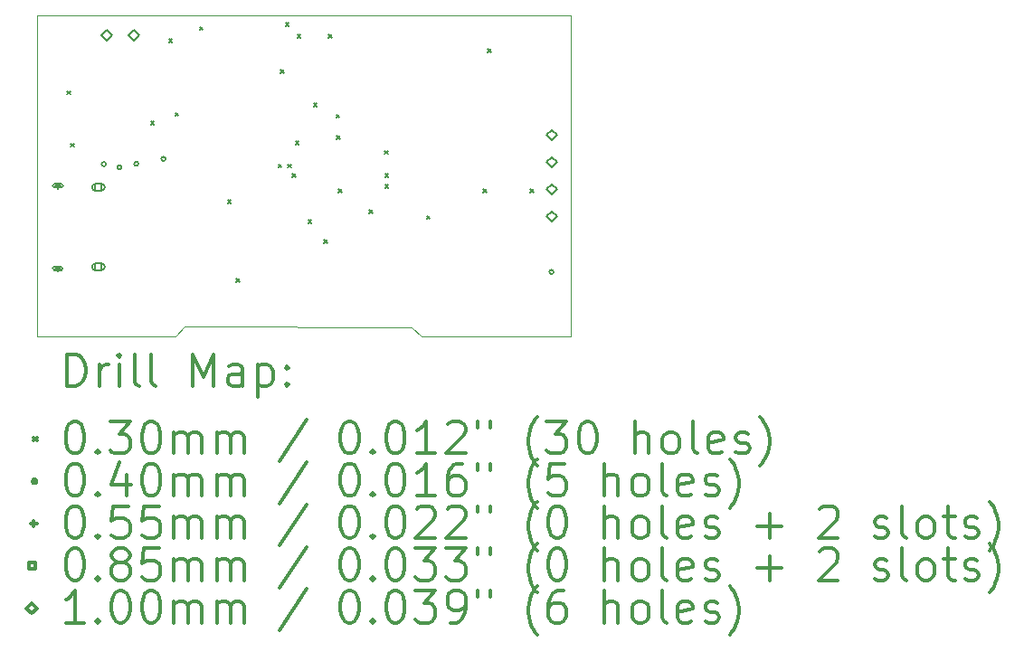
<source format=gbr>
%FSLAX45Y45*%
G04 Gerber Fmt 4.5, Leading zero omitted, Abs format (unit mm)*
G04 Created by KiCad (PCBNEW (5.1.5)-2) date 2020-03-24 14:37:49*
%MOMM*%
%LPD*%
G04 APERTURE LIST*
%TA.AperFunction,Profile*%
%ADD10C,0.050000*%
%TD*%
%ADD11C,0.200000*%
%ADD12C,0.300000*%
G04 APERTURE END LIST*
D10*
X14650280Y-13345700D02*
X12524300Y-13341100D01*
X14740000Y-13430000D02*
X14650280Y-13345700D01*
X12440000Y-13430000D02*
X12524300Y-13341100D01*
X16140000Y-13430000D02*
X14740000Y-13430000D01*
X11140000Y-13430000D02*
X12440000Y-13430000D01*
X11140000Y-13430000D02*
X11140000Y-10430000D01*
X16140000Y-10430000D02*
X16140000Y-13430000D01*
X11140000Y-10430000D02*
X16140000Y-10430000D01*
D11*
X11424720Y-11134080D02*
X11454720Y-11164080D01*
X11454720Y-11134080D02*
X11424720Y-11164080D01*
X11457740Y-11626840D02*
X11487740Y-11656840D01*
X11487740Y-11626840D02*
X11457740Y-11656840D01*
X12204940Y-11420080D02*
X12234940Y-11450080D01*
X12234940Y-11420080D02*
X12204940Y-11450080D01*
X12374680Y-10648940D02*
X12404680Y-10678940D01*
X12404680Y-10648940D02*
X12374680Y-10678940D01*
X12433100Y-11337280D02*
X12463100Y-11367280D01*
X12463100Y-11337280D02*
X12433100Y-11367280D01*
X12661700Y-10534640D02*
X12691700Y-10564640D01*
X12691700Y-10534640D02*
X12661700Y-10564640D01*
X12925860Y-12155160D02*
X12955860Y-12185160D01*
X12955860Y-12155160D02*
X12925860Y-12185160D01*
X13004600Y-12891760D02*
X13034600Y-12921760D01*
X13034600Y-12891760D02*
X13004600Y-12921760D01*
X13400840Y-11819880D02*
X13430840Y-11849880D01*
X13430840Y-11819880D02*
X13400840Y-11849880D01*
X13418620Y-10935960D02*
X13448620Y-10965960D01*
X13448620Y-10935960D02*
X13418620Y-10965960D01*
X13466880Y-10494000D02*
X13496880Y-10524000D01*
X13496880Y-10494000D02*
X13466880Y-10524000D01*
X13487200Y-11822420D02*
X13517200Y-11852420D01*
X13517200Y-11822420D02*
X13487200Y-11852420D01*
X13530380Y-11908780D02*
X13560380Y-11938780D01*
X13560380Y-11908780D02*
X13530380Y-11938780D01*
X13560860Y-11606520D02*
X13590860Y-11636520D01*
X13590860Y-11606520D02*
X13560860Y-11636520D01*
X13576100Y-10608300D02*
X13606100Y-10638300D01*
X13606100Y-10608300D02*
X13576100Y-10638300D01*
X13680240Y-12343120D02*
X13710240Y-12373120D01*
X13710240Y-12343120D02*
X13680240Y-12373120D01*
X13728500Y-11250920D02*
X13758500Y-11280920D01*
X13758500Y-11250920D02*
X13728500Y-11280920D01*
X13827560Y-12528540D02*
X13857560Y-12558540D01*
X13857560Y-12528540D02*
X13827560Y-12558540D01*
X13868200Y-10608300D02*
X13898200Y-10638300D01*
X13898200Y-10608300D02*
X13868200Y-10638300D01*
X13942300Y-11354040D02*
X13972300Y-11384040D01*
X13972300Y-11354040D02*
X13942300Y-11384040D01*
X13944840Y-11554700D02*
X13974840Y-11584700D01*
X13974840Y-11554700D02*
X13944840Y-11584700D01*
X13962180Y-12055101D02*
X13992180Y-12085101D01*
X13992180Y-12055101D02*
X13962180Y-12085101D01*
X14249200Y-12246600D02*
X14279200Y-12276600D01*
X14279200Y-12246600D02*
X14249200Y-12276600D01*
X14394420Y-11694400D02*
X14424420Y-11724400D01*
X14424420Y-11694400D02*
X14394420Y-11724400D01*
X14396960Y-12011900D02*
X14426960Y-12041900D01*
X14426960Y-12011900D02*
X14396960Y-12041900D01*
X14396970Y-11907750D02*
X14426970Y-11937750D01*
X14426970Y-11907750D02*
X14396970Y-11937750D01*
X14788120Y-12304000D02*
X14818120Y-12334000D01*
X14818120Y-12304000D02*
X14788120Y-12334000D01*
X15318980Y-12052540D02*
X15348980Y-12082540D01*
X15348980Y-12052540D02*
X15318980Y-12082540D01*
X15361720Y-10742920D02*
X15391720Y-10772920D01*
X15391720Y-10742920D02*
X15361720Y-10772920D01*
X15755860Y-12052540D02*
X15785860Y-12082540D01*
X15785860Y-12052540D02*
X15755860Y-12082540D01*
X11785280Y-11818620D02*
G75*
G03X11785280Y-11818620I-20000J0D01*
G01*
X11932600Y-11846560D02*
G75*
G03X11932600Y-11846560I-20000J0D01*
G01*
X12090080Y-11816080D02*
G75*
G03X12090080Y-11816080I-20000J0D01*
G01*
X12344080Y-11770360D02*
G75*
G03X12344080Y-11770360I-20000J0D01*
G01*
X15975010Y-12828270D02*
G75*
G03X15975010Y-12828270I-20000J0D01*
G01*
X11335000Y-11992900D02*
X11335000Y-12047900D01*
X11307500Y-12020400D02*
X11362500Y-12020400D01*
X11367500Y-12002900D02*
X11302500Y-12002900D01*
X11367500Y-12037900D02*
X11302500Y-12037900D01*
X11302500Y-12002900D02*
G75*
G03X11302500Y-12037900I0J-17500D01*
G01*
X11367500Y-12037900D02*
G75*
G03X11367500Y-12002900I0J17500D01*
G01*
X11335000Y-12767900D02*
X11335000Y-12822900D01*
X11307500Y-12795400D02*
X11362500Y-12795400D01*
X11367500Y-12777900D02*
X11302500Y-12777900D01*
X11367500Y-12812900D02*
X11302500Y-12812900D01*
X11302500Y-12777900D02*
G75*
G03X11302500Y-12812900I0J-17500D01*
G01*
X11367500Y-12812900D02*
G75*
G03X11367500Y-12777900I0J17500D01*
G01*
X11745052Y-12065452D02*
X11745052Y-12005348D01*
X11684948Y-12005348D01*
X11684948Y-12065452D01*
X11745052Y-12065452D01*
X11742500Y-12002900D02*
X11687500Y-12002900D01*
X11742500Y-12067900D02*
X11687500Y-12067900D01*
X11687500Y-12002900D02*
G75*
G03X11687500Y-12067900I0J-32500D01*
G01*
X11742500Y-12067900D02*
G75*
G03X11742500Y-12002900I0J32500D01*
G01*
X11745052Y-12810452D02*
X11745052Y-12750348D01*
X11684948Y-12750348D01*
X11684948Y-12810452D01*
X11745052Y-12810452D01*
X11742500Y-12747900D02*
X11687500Y-12747900D01*
X11742500Y-12812900D02*
X11687500Y-12812900D01*
X11687500Y-12747900D02*
G75*
G03X11687500Y-12812900I0J-32500D01*
G01*
X11742500Y-12812900D02*
G75*
G03X11742500Y-12747900I0J32500D01*
G01*
X15958380Y-11597860D02*
X16008380Y-11547860D01*
X15958380Y-11497860D01*
X15908380Y-11547860D01*
X15958380Y-11597860D01*
X15958380Y-11851860D02*
X16008380Y-11801860D01*
X15958380Y-11751860D01*
X15908380Y-11801860D01*
X15958380Y-11851860D01*
X15958380Y-12105860D02*
X16008380Y-12055860D01*
X15958380Y-12005860D01*
X15908380Y-12055860D01*
X15958380Y-12105860D01*
X15958380Y-12359860D02*
X16008380Y-12309860D01*
X15958380Y-12259860D01*
X15908380Y-12309860D01*
X15958380Y-12359860D01*
X11790000Y-10660000D02*
X11840000Y-10610000D01*
X11790000Y-10560000D01*
X11740000Y-10610000D01*
X11790000Y-10660000D01*
X12044000Y-10660000D02*
X12094000Y-10610000D01*
X12044000Y-10560000D01*
X11994000Y-10610000D01*
X12044000Y-10660000D01*
D12*
X11423928Y-13898214D02*
X11423928Y-13598214D01*
X11495357Y-13598214D01*
X11538214Y-13612500D01*
X11566786Y-13641071D01*
X11581071Y-13669643D01*
X11595357Y-13726786D01*
X11595357Y-13769643D01*
X11581071Y-13826786D01*
X11566786Y-13855357D01*
X11538214Y-13883929D01*
X11495357Y-13898214D01*
X11423928Y-13898214D01*
X11723928Y-13898214D02*
X11723928Y-13698214D01*
X11723928Y-13755357D02*
X11738214Y-13726786D01*
X11752500Y-13712500D01*
X11781071Y-13698214D01*
X11809643Y-13698214D01*
X11909643Y-13898214D02*
X11909643Y-13698214D01*
X11909643Y-13598214D02*
X11895357Y-13612500D01*
X11909643Y-13626786D01*
X11923928Y-13612500D01*
X11909643Y-13598214D01*
X11909643Y-13626786D01*
X12095357Y-13898214D02*
X12066786Y-13883929D01*
X12052500Y-13855357D01*
X12052500Y-13598214D01*
X12252500Y-13898214D02*
X12223928Y-13883929D01*
X12209643Y-13855357D01*
X12209643Y-13598214D01*
X12595357Y-13898214D02*
X12595357Y-13598214D01*
X12695357Y-13812500D01*
X12795357Y-13598214D01*
X12795357Y-13898214D01*
X13066786Y-13898214D02*
X13066786Y-13741071D01*
X13052500Y-13712500D01*
X13023928Y-13698214D01*
X12966786Y-13698214D01*
X12938214Y-13712500D01*
X13066786Y-13883929D02*
X13038214Y-13898214D01*
X12966786Y-13898214D01*
X12938214Y-13883929D01*
X12923928Y-13855357D01*
X12923928Y-13826786D01*
X12938214Y-13798214D01*
X12966786Y-13783929D01*
X13038214Y-13783929D01*
X13066786Y-13769643D01*
X13209643Y-13698214D02*
X13209643Y-13998214D01*
X13209643Y-13712500D02*
X13238214Y-13698214D01*
X13295357Y-13698214D01*
X13323928Y-13712500D01*
X13338214Y-13726786D01*
X13352500Y-13755357D01*
X13352500Y-13841071D01*
X13338214Y-13869643D01*
X13323928Y-13883929D01*
X13295357Y-13898214D01*
X13238214Y-13898214D01*
X13209643Y-13883929D01*
X13481071Y-13869643D02*
X13495357Y-13883929D01*
X13481071Y-13898214D01*
X13466786Y-13883929D01*
X13481071Y-13869643D01*
X13481071Y-13898214D01*
X13481071Y-13712500D02*
X13495357Y-13726786D01*
X13481071Y-13741071D01*
X13466786Y-13726786D01*
X13481071Y-13712500D01*
X13481071Y-13741071D01*
X11107500Y-14377500D02*
X11137500Y-14407500D01*
X11137500Y-14377500D02*
X11107500Y-14407500D01*
X11481071Y-14228214D02*
X11509643Y-14228214D01*
X11538214Y-14242500D01*
X11552500Y-14256786D01*
X11566786Y-14285357D01*
X11581071Y-14342500D01*
X11581071Y-14413929D01*
X11566786Y-14471071D01*
X11552500Y-14499643D01*
X11538214Y-14513929D01*
X11509643Y-14528214D01*
X11481071Y-14528214D01*
X11452500Y-14513929D01*
X11438214Y-14499643D01*
X11423928Y-14471071D01*
X11409643Y-14413929D01*
X11409643Y-14342500D01*
X11423928Y-14285357D01*
X11438214Y-14256786D01*
X11452500Y-14242500D01*
X11481071Y-14228214D01*
X11709643Y-14499643D02*
X11723928Y-14513929D01*
X11709643Y-14528214D01*
X11695357Y-14513929D01*
X11709643Y-14499643D01*
X11709643Y-14528214D01*
X11823928Y-14228214D02*
X12009643Y-14228214D01*
X11909643Y-14342500D01*
X11952500Y-14342500D01*
X11981071Y-14356786D01*
X11995357Y-14371071D01*
X12009643Y-14399643D01*
X12009643Y-14471071D01*
X11995357Y-14499643D01*
X11981071Y-14513929D01*
X11952500Y-14528214D01*
X11866786Y-14528214D01*
X11838214Y-14513929D01*
X11823928Y-14499643D01*
X12195357Y-14228214D02*
X12223928Y-14228214D01*
X12252500Y-14242500D01*
X12266786Y-14256786D01*
X12281071Y-14285357D01*
X12295357Y-14342500D01*
X12295357Y-14413929D01*
X12281071Y-14471071D01*
X12266786Y-14499643D01*
X12252500Y-14513929D01*
X12223928Y-14528214D01*
X12195357Y-14528214D01*
X12166786Y-14513929D01*
X12152500Y-14499643D01*
X12138214Y-14471071D01*
X12123928Y-14413929D01*
X12123928Y-14342500D01*
X12138214Y-14285357D01*
X12152500Y-14256786D01*
X12166786Y-14242500D01*
X12195357Y-14228214D01*
X12423928Y-14528214D02*
X12423928Y-14328214D01*
X12423928Y-14356786D02*
X12438214Y-14342500D01*
X12466786Y-14328214D01*
X12509643Y-14328214D01*
X12538214Y-14342500D01*
X12552500Y-14371071D01*
X12552500Y-14528214D01*
X12552500Y-14371071D02*
X12566786Y-14342500D01*
X12595357Y-14328214D01*
X12638214Y-14328214D01*
X12666786Y-14342500D01*
X12681071Y-14371071D01*
X12681071Y-14528214D01*
X12823928Y-14528214D02*
X12823928Y-14328214D01*
X12823928Y-14356786D02*
X12838214Y-14342500D01*
X12866786Y-14328214D01*
X12909643Y-14328214D01*
X12938214Y-14342500D01*
X12952500Y-14371071D01*
X12952500Y-14528214D01*
X12952500Y-14371071D02*
X12966786Y-14342500D01*
X12995357Y-14328214D01*
X13038214Y-14328214D01*
X13066786Y-14342500D01*
X13081071Y-14371071D01*
X13081071Y-14528214D01*
X13666786Y-14213929D02*
X13409643Y-14599643D01*
X14052500Y-14228214D02*
X14081071Y-14228214D01*
X14109643Y-14242500D01*
X14123928Y-14256786D01*
X14138214Y-14285357D01*
X14152500Y-14342500D01*
X14152500Y-14413929D01*
X14138214Y-14471071D01*
X14123928Y-14499643D01*
X14109643Y-14513929D01*
X14081071Y-14528214D01*
X14052500Y-14528214D01*
X14023928Y-14513929D01*
X14009643Y-14499643D01*
X13995357Y-14471071D01*
X13981071Y-14413929D01*
X13981071Y-14342500D01*
X13995357Y-14285357D01*
X14009643Y-14256786D01*
X14023928Y-14242500D01*
X14052500Y-14228214D01*
X14281071Y-14499643D02*
X14295357Y-14513929D01*
X14281071Y-14528214D01*
X14266786Y-14513929D01*
X14281071Y-14499643D01*
X14281071Y-14528214D01*
X14481071Y-14228214D02*
X14509643Y-14228214D01*
X14538214Y-14242500D01*
X14552500Y-14256786D01*
X14566786Y-14285357D01*
X14581071Y-14342500D01*
X14581071Y-14413929D01*
X14566786Y-14471071D01*
X14552500Y-14499643D01*
X14538214Y-14513929D01*
X14509643Y-14528214D01*
X14481071Y-14528214D01*
X14452500Y-14513929D01*
X14438214Y-14499643D01*
X14423928Y-14471071D01*
X14409643Y-14413929D01*
X14409643Y-14342500D01*
X14423928Y-14285357D01*
X14438214Y-14256786D01*
X14452500Y-14242500D01*
X14481071Y-14228214D01*
X14866786Y-14528214D02*
X14695357Y-14528214D01*
X14781071Y-14528214D02*
X14781071Y-14228214D01*
X14752500Y-14271071D01*
X14723928Y-14299643D01*
X14695357Y-14313929D01*
X14981071Y-14256786D02*
X14995357Y-14242500D01*
X15023928Y-14228214D01*
X15095357Y-14228214D01*
X15123928Y-14242500D01*
X15138214Y-14256786D01*
X15152500Y-14285357D01*
X15152500Y-14313929D01*
X15138214Y-14356786D01*
X14966786Y-14528214D01*
X15152500Y-14528214D01*
X15266786Y-14228214D02*
X15266786Y-14285357D01*
X15381071Y-14228214D02*
X15381071Y-14285357D01*
X15823928Y-14642500D02*
X15809643Y-14628214D01*
X15781071Y-14585357D01*
X15766786Y-14556786D01*
X15752500Y-14513929D01*
X15738214Y-14442500D01*
X15738214Y-14385357D01*
X15752500Y-14313929D01*
X15766786Y-14271071D01*
X15781071Y-14242500D01*
X15809643Y-14199643D01*
X15823928Y-14185357D01*
X15909643Y-14228214D02*
X16095357Y-14228214D01*
X15995357Y-14342500D01*
X16038214Y-14342500D01*
X16066786Y-14356786D01*
X16081071Y-14371071D01*
X16095357Y-14399643D01*
X16095357Y-14471071D01*
X16081071Y-14499643D01*
X16066786Y-14513929D01*
X16038214Y-14528214D01*
X15952500Y-14528214D01*
X15923928Y-14513929D01*
X15909643Y-14499643D01*
X16281071Y-14228214D02*
X16309643Y-14228214D01*
X16338214Y-14242500D01*
X16352500Y-14256786D01*
X16366786Y-14285357D01*
X16381071Y-14342500D01*
X16381071Y-14413929D01*
X16366786Y-14471071D01*
X16352500Y-14499643D01*
X16338214Y-14513929D01*
X16309643Y-14528214D01*
X16281071Y-14528214D01*
X16252500Y-14513929D01*
X16238214Y-14499643D01*
X16223928Y-14471071D01*
X16209643Y-14413929D01*
X16209643Y-14342500D01*
X16223928Y-14285357D01*
X16238214Y-14256786D01*
X16252500Y-14242500D01*
X16281071Y-14228214D01*
X16738214Y-14528214D02*
X16738214Y-14228214D01*
X16866786Y-14528214D02*
X16866786Y-14371071D01*
X16852500Y-14342500D01*
X16823928Y-14328214D01*
X16781071Y-14328214D01*
X16752500Y-14342500D01*
X16738214Y-14356786D01*
X17052500Y-14528214D02*
X17023928Y-14513929D01*
X17009643Y-14499643D01*
X16995357Y-14471071D01*
X16995357Y-14385357D01*
X17009643Y-14356786D01*
X17023928Y-14342500D01*
X17052500Y-14328214D01*
X17095357Y-14328214D01*
X17123928Y-14342500D01*
X17138214Y-14356786D01*
X17152500Y-14385357D01*
X17152500Y-14471071D01*
X17138214Y-14499643D01*
X17123928Y-14513929D01*
X17095357Y-14528214D01*
X17052500Y-14528214D01*
X17323928Y-14528214D02*
X17295357Y-14513929D01*
X17281071Y-14485357D01*
X17281071Y-14228214D01*
X17552500Y-14513929D02*
X17523928Y-14528214D01*
X17466786Y-14528214D01*
X17438214Y-14513929D01*
X17423928Y-14485357D01*
X17423928Y-14371071D01*
X17438214Y-14342500D01*
X17466786Y-14328214D01*
X17523928Y-14328214D01*
X17552500Y-14342500D01*
X17566786Y-14371071D01*
X17566786Y-14399643D01*
X17423928Y-14428214D01*
X17681071Y-14513929D02*
X17709643Y-14528214D01*
X17766786Y-14528214D01*
X17795357Y-14513929D01*
X17809643Y-14485357D01*
X17809643Y-14471071D01*
X17795357Y-14442500D01*
X17766786Y-14428214D01*
X17723928Y-14428214D01*
X17695357Y-14413929D01*
X17681071Y-14385357D01*
X17681071Y-14371071D01*
X17695357Y-14342500D01*
X17723928Y-14328214D01*
X17766786Y-14328214D01*
X17795357Y-14342500D01*
X17909643Y-14642500D02*
X17923928Y-14628214D01*
X17952500Y-14585357D01*
X17966786Y-14556786D01*
X17981071Y-14513929D01*
X17995357Y-14442500D01*
X17995357Y-14385357D01*
X17981071Y-14313929D01*
X17966786Y-14271071D01*
X17952500Y-14242500D01*
X17923928Y-14199643D01*
X17909643Y-14185357D01*
X11137500Y-14788500D02*
G75*
G03X11137500Y-14788500I-20000J0D01*
G01*
X11481071Y-14624214D02*
X11509643Y-14624214D01*
X11538214Y-14638500D01*
X11552500Y-14652786D01*
X11566786Y-14681357D01*
X11581071Y-14738500D01*
X11581071Y-14809929D01*
X11566786Y-14867071D01*
X11552500Y-14895643D01*
X11538214Y-14909929D01*
X11509643Y-14924214D01*
X11481071Y-14924214D01*
X11452500Y-14909929D01*
X11438214Y-14895643D01*
X11423928Y-14867071D01*
X11409643Y-14809929D01*
X11409643Y-14738500D01*
X11423928Y-14681357D01*
X11438214Y-14652786D01*
X11452500Y-14638500D01*
X11481071Y-14624214D01*
X11709643Y-14895643D02*
X11723928Y-14909929D01*
X11709643Y-14924214D01*
X11695357Y-14909929D01*
X11709643Y-14895643D01*
X11709643Y-14924214D01*
X11981071Y-14724214D02*
X11981071Y-14924214D01*
X11909643Y-14609929D02*
X11838214Y-14824214D01*
X12023928Y-14824214D01*
X12195357Y-14624214D02*
X12223928Y-14624214D01*
X12252500Y-14638500D01*
X12266786Y-14652786D01*
X12281071Y-14681357D01*
X12295357Y-14738500D01*
X12295357Y-14809929D01*
X12281071Y-14867071D01*
X12266786Y-14895643D01*
X12252500Y-14909929D01*
X12223928Y-14924214D01*
X12195357Y-14924214D01*
X12166786Y-14909929D01*
X12152500Y-14895643D01*
X12138214Y-14867071D01*
X12123928Y-14809929D01*
X12123928Y-14738500D01*
X12138214Y-14681357D01*
X12152500Y-14652786D01*
X12166786Y-14638500D01*
X12195357Y-14624214D01*
X12423928Y-14924214D02*
X12423928Y-14724214D01*
X12423928Y-14752786D02*
X12438214Y-14738500D01*
X12466786Y-14724214D01*
X12509643Y-14724214D01*
X12538214Y-14738500D01*
X12552500Y-14767071D01*
X12552500Y-14924214D01*
X12552500Y-14767071D02*
X12566786Y-14738500D01*
X12595357Y-14724214D01*
X12638214Y-14724214D01*
X12666786Y-14738500D01*
X12681071Y-14767071D01*
X12681071Y-14924214D01*
X12823928Y-14924214D02*
X12823928Y-14724214D01*
X12823928Y-14752786D02*
X12838214Y-14738500D01*
X12866786Y-14724214D01*
X12909643Y-14724214D01*
X12938214Y-14738500D01*
X12952500Y-14767071D01*
X12952500Y-14924214D01*
X12952500Y-14767071D02*
X12966786Y-14738500D01*
X12995357Y-14724214D01*
X13038214Y-14724214D01*
X13066786Y-14738500D01*
X13081071Y-14767071D01*
X13081071Y-14924214D01*
X13666786Y-14609929D02*
X13409643Y-14995643D01*
X14052500Y-14624214D02*
X14081071Y-14624214D01*
X14109643Y-14638500D01*
X14123928Y-14652786D01*
X14138214Y-14681357D01*
X14152500Y-14738500D01*
X14152500Y-14809929D01*
X14138214Y-14867071D01*
X14123928Y-14895643D01*
X14109643Y-14909929D01*
X14081071Y-14924214D01*
X14052500Y-14924214D01*
X14023928Y-14909929D01*
X14009643Y-14895643D01*
X13995357Y-14867071D01*
X13981071Y-14809929D01*
X13981071Y-14738500D01*
X13995357Y-14681357D01*
X14009643Y-14652786D01*
X14023928Y-14638500D01*
X14052500Y-14624214D01*
X14281071Y-14895643D02*
X14295357Y-14909929D01*
X14281071Y-14924214D01*
X14266786Y-14909929D01*
X14281071Y-14895643D01*
X14281071Y-14924214D01*
X14481071Y-14624214D02*
X14509643Y-14624214D01*
X14538214Y-14638500D01*
X14552500Y-14652786D01*
X14566786Y-14681357D01*
X14581071Y-14738500D01*
X14581071Y-14809929D01*
X14566786Y-14867071D01*
X14552500Y-14895643D01*
X14538214Y-14909929D01*
X14509643Y-14924214D01*
X14481071Y-14924214D01*
X14452500Y-14909929D01*
X14438214Y-14895643D01*
X14423928Y-14867071D01*
X14409643Y-14809929D01*
X14409643Y-14738500D01*
X14423928Y-14681357D01*
X14438214Y-14652786D01*
X14452500Y-14638500D01*
X14481071Y-14624214D01*
X14866786Y-14924214D02*
X14695357Y-14924214D01*
X14781071Y-14924214D02*
X14781071Y-14624214D01*
X14752500Y-14667071D01*
X14723928Y-14695643D01*
X14695357Y-14709929D01*
X15123928Y-14624214D02*
X15066786Y-14624214D01*
X15038214Y-14638500D01*
X15023928Y-14652786D01*
X14995357Y-14695643D01*
X14981071Y-14752786D01*
X14981071Y-14867071D01*
X14995357Y-14895643D01*
X15009643Y-14909929D01*
X15038214Y-14924214D01*
X15095357Y-14924214D01*
X15123928Y-14909929D01*
X15138214Y-14895643D01*
X15152500Y-14867071D01*
X15152500Y-14795643D01*
X15138214Y-14767071D01*
X15123928Y-14752786D01*
X15095357Y-14738500D01*
X15038214Y-14738500D01*
X15009643Y-14752786D01*
X14995357Y-14767071D01*
X14981071Y-14795643D01*
X15266786Y-14624214D02*
X15266786Y-14681357D01*
X15381071Y-14624214D02*
X15381071Y-14681357D01*
X15823928Y-15038500D02*
X15809643Y-15024214D01*
X15781071Y-14981357D01*
X15766786Y-14952786D01*
X15752500Y-14909929D01*
X15738214Y-14838500D01*
X15738214Y-14781357D01*
X15752500Y-14709929D01*
X15766786Y-14667071D01*
X15781071Y-14638500D01*
X15809643Y-14595643D01*
X15823928Y-14581357D01*
X16081071Y-14624214D02*
X15938214Y-14624214D01*
X15923928Y-14767071D01*
X15938214Y-14752786D01*
X15966786Y-14738500D01*
X16038214Y-14738500D01*
X16066786Y-14752786D01*
X16081071Y-14767071D01*
X16095357Y-14795643D01*
X16095357Y-14867071D01*
X16081071Y-14895643D01*
X16066786Y-14909929D01*
X16038214Y-14924214D01*
X15966786Y-14924214D01*
X15938214Y-14909929D01*
X15923928Y-14895643D01*
X16452500Y-14924214D02*
X16452500Y-14624214D01*
X16581071Y-14924214D02*
X16581071Y-14767071D01*
X16566786Y-14738500D01*
X16538214Y-14724214D01*
X16495357Y-14724214D01*
X16466786Y-14738500D01*
X16452500Y-14752786D01*
X16766786Y-14924214D02*
X16738214Y-14909929D01*
X16723928Y-14895643D01*
X16709643Y-14867071D01*
X16709643Y-14781357D01*
X16723928Y-14752786D01*
X16738214Y-14738500D01*
X16766786Y-14724214D01*
X16809643Y-14724214D01*
X16838214Y-14738500D01*
X16852500Y-14752786D01*
X16866786Y-14781357D01*
X16866786Y-14867071D01*
X16852500Y-14895643D01*
X16838214Y-14909929D01*
X16809643Y-14924214D01*
X16766786Y-14924214D01*
X17038214Y-14924214D02*
X17009643Y-14909929D01*
X16995357Y-14881357D01*
X16995357Y-14624214D01*
X17266786Y-14909929D02*
X17238214Y-14924214D01*
X17181071Y-14924214D01*
X17152500Y-14909929D01*
X17138214Y-14881357D01*
X17138214Y-14767071D01*
X17152500Y-14738500D01*
X17181071Y-14724214D01*
X17238214Y-14724214D01*
X17266786Y-14738500D01*
X17281071Y-14767071D01*
X17281071Y-14795643D01*
X17138214Y-14824214D01*
X17395357Y-14909929D02*
X17423928Y-14924214D01*
X17481071Y-14924214D01*
X17509643Y-14909929D01*
X17523928Y-14881357D01*
X17523928Y-14867071D01*
X17509643Y-14838500D01*
X17481071Y-14824214D01*
X17438214Y-14824214D01*
X17409643Y-14809929D01*
X17395357Y-14781357D01*
X17395357Y-14767071D01*
X17409643Y-14738500D01*
X17438214Y-14724214D01*
X17481071Y-14724214D01*
X17509643Y-14738500D01*
X17623928Y-15038500D02*
X17638214Y-15024214D01*
X17666786Y-14981357D01*
X17681071Y-14952786D01*
X17695357Y-14909929D01*
X17709643Y-14838500D01*
X17709643Y-14781357D01*
X17695357Y-14709929D01*
X17681071Y-14667071D01*
X17666786Y-14638500D01*
X17638214Y-14595643D01*
X17623928Y-14581357D01*
X11110000Y-15157000D02*
X11110000Y-15212000D01*
X11082500Y-15184500D02*
X11137500Y-15184500D01*
X11481071Y-15020214D02*
X11509643Y-15020214D01*
X11538214Y-15034500D01*
X11552500Y-15048786D01*
X11566786Y-15077357D01*
X11581071Y-15134500D01*
X11581071Y-15205929D01*
X11566786Y-15263071D01*
X11552500Y-15291643D01*
X11538214Y-15305929D01*
X11509643Y-15320214D01*
X11481071Y-15320214D01*
X11452500Y-15305929D01*
X11438214Y-15291643D01*
X11423928Y-15263071D01*
X11409643Y-15205929D01*
X11409643Y-15134500D01*
X11423928Y-15077357D01*
X11438214Y-15048786D01*
X11452500Y-15034500D01*
X11481071Y-15020214D01*
X11709643Y-15291643D02*
X11723928Y-15305929D01*
X11709643Y-15320214D01*
X11695357Y-15305929D01*
X11709643Y-15291643D01*
X11709643Y-15320214D01*
X11995357Y-15020214D02*
X11852500Y-15020214D01*
X11838214Y-15163071D01*
X11852500Y-15148786D01*
X11881071Y-15134500D01*
X11952500Y-15134500D01*
X11981071Y-15148786D01*
X11995357Y-15163071D01*
X12009643Y-15191643D01*
X12009643Y-15263071D01*
X11995357Y-15291643D01*
X11981071Y-15305929D01*
X11952500Y-15320214D01*
X11881071Y-15320214D01*
X11852500Y-15305929D01*
X11838214Y-15291643D01*
X12281071Y-15020214D02*
X12138214Y-15020214D01*
X12123928Y-15163071D01*
X12138214Y-15148786D01*
X12166786Y-15134500D01*
X12238214Y-15134500D01*
X12266786Y-15148786D01*
X12281071Y-15163071D01*
X12295357Y-15191643D01*
X12295357Y-15263071D01*
X12281071Y-15291643D01*
X12266786Y-15305929D01*
X12238214Y-15320214D01*
X12166786Y-15320214D01*
X12138214Y-15305929D01*
X12123928Y-15291643D01*
X12423928Y-15320214D02*
X12423928Y-15120214D01*
X12423928Y-15148786D02*
X12438214Y-15134500D01*
X12466786Y-15120214D01*
X12509643Y-15120214D01*
X12538214Y-15134500D01*
X12552500Y-15163071D01*
X12552500Y-15320214D01*
X12552500Y-15163071D02*
X12566786Y-15134500D01*
X12595357Y-15120214D01*
X12638214Y-15120214D01*
X12666786Y-15134500D01*
X12681071Y-15163071D01*
X12681071Y-15320214D01*
X12823928Y-15320214D02*
X12823928Y-15120214D01*
X12823928Y-15148786D02*
X12838214Y-15134500D01*
X12866786Y-15120214D01*
X12909643Y-15120214D01*
X12938214Y-15134500D01*
X12952500Y-15163071D01*
X12952500Y-15320214D01*
X12952500Y-15163071D02*
X12966786Y-15134500D01*
X12995357Y-15120214D01*
X13038214Y-15120214D01*
X13066786Y-15134500D01*
X13081071Y-15163071D01*
X13081071Y-15320214D01*
X13666786Y-15005929D02*
X13409643Y-15391643D01*
X14052500Y-15020214D02*
X14081071Y-15020214D01*
X14109643Y-15034500D01*
X14123928Y-15048786D01*
X14138214Y-15077357D01*
X14152500Y-15134500D01*
X14152500Y-15205929D01*
X14138214Y-15263071D01*
X14123928Y-15291643D01*
X14109643Y-15305929D01*
X14081071Y-15320214D01*
X14052500Y-15320214D01*
X14023928Y-15305929D01*
X14009643Y-15291643D01*
X13995357Y-15263071D01*
X13981071Y-15205929D01*
X13981071Y-15134500D01*
X13995357Y-15077357D01*
X14009643Y-15048786D01*
X14023928Y-15034500D01*
X14052500Y-15020214D01*
X14281071Y-15291643D02*
X14295357Y-15305929D01*
X14281071Y-15320214D01*
X14266786Y-15305929D01*
X14281071Y-15291643D01*
X14281071Y-15320214D01*
X14481071Y-15020214D02*
X14509643Y-15020214D01*
X14538214Y-15034500D01*
X14552500Y-15048786D01*
X14566786Y-15077357D01*
X14581071Y-15134500D01*
X14581071Y-15205929D01*
X14566786Y-15263071D01*
X14552500Y-15291643D01*
X14538214Y-15305929D01*
X14509643Y-15320214D01*
X14481071Y-15320214D01*
X14452500Y-15305929D01*
X14438214Y-15291643D01*
X14423928Y-15263071D01*
X14409643Y-15205929D01*
X14409643Y-15134500D01*
X14423928Y-15077357D01*
X14438214Y-15048786D01*
X14452500Y-15034500D01*
X14481071Y-15020214D01*
X14695357Y-15048786D02*
X14709643Y-15034500D01*
X14738214Y-15020214D01*
X14809643Y-15020214D01*
X14838214Y-15034500D01*
X14852500Y-15048786D01*
X14866786Y-15077357D01*
X14866786Y-15105929D01*
X14852500Y-15148786D01*
X14681071Y-15320214D01*
X14866786Y-15320214D01*
X14981071Y-15048786D02*
X14995357Y-15034500D01*
X15023928Y-15020214D01*
X15095357Y-15020214D01*
X15123928Y-15034500D01*
X15138214Y-15048786D01*
X15152500Y-15077357D01*
X15152500Y-15105929D01*
X15138214Y-15148786D01*
X14966786Y-15320214D01*
X15152500Y-15320214D01*
X15266786Y-15020214D02*
X15266786Y-15077357D01*
X15381071Y-15020214D02*
X15381071Y-15077357D01*
X15823928Y-15434500D02*
X15809643Y-15420214D01*
X15781071Y-15377357D01*
X15766786Y-15348786D01*
X15752500Y-15305929D01*
X15738214Y-15234500D01*
X15738214Y-15177357D01*
X15752500Y-15105929D01*
X15766786Y-15063071D01*
X15781071Y-15034500D01*
X15809643Y-14991643D01*
X15823928Y-14977357D01*
X15995357Y-15020214D02*
X16023928Y-15020214D01*
X16052500Y-15034500D01*
X16066786Y-15048786D01*
X16081071Y-15077357D01*
X16095357Y-15134500D01*
X16095357Y-15205929D01*
X16081071Y-15263071D01*
X16066786Y-15291643D01*
X16052500Y-15305929D01*
X16023928Y-15320214D01*
X15995357Y-15320214D01*
X15966786Y-15305929D01*
X15952500Y-15291643D01*
X15938214Y-15263071D01*
X15923928Y-15205929D01*
X15923928Y-15134500D01*
X15938214Y-15077357D01*
X15952500Y-15048786D01*
X15966786Y-15034500D01*
X15995357Y-15020214D01*
X16452500Y-15320214D02*
X16452500Y-15020214D01*
X16581071Y-15320214D02*
X16581071Y-15163071D01*
X16566786Y-15134500D01*
X16538214Y-15120214D01*
X16495357Y-15120214D01*
X16466786Y-15134500D01*
X16452500Y-15148786D01*
X16766786Y-15320214D02*
X16738214Y-15305929D01*
X16723928Y-15291643D01*
X16709643Y-15263071D01*
X16709643Y-15177357D01*
X16723928Y-15148786D01*
X16738214Y-15134500D01*
X16766786Y-15120214D01*
X16809643Y-15120214D01*
X16838214Y-15134500D01*
X16852500Y-15148786D01*
X16866786Y-15177357D01*
X16866786Y-15263071D01*
X16852500Y-15291643D01*
X16838214Y-15305929D01*
X16809643Y-15320214D01*
X16766786Y-15320214D01*
X17038214Y-15320214D02*
X17009643Y-15305929D01*
X16995357Y-15277357D01*
X16995357Y-15020214D01*
X17266786Y-15305929D02*
X17238214Y-15320214D01*
X17181071Y-15320214D01*
X17152500Y-15305929D01*
X17138214Y-15277357D01*
X17138214Y-15163071D01*
X17152500Y-15134500D01*
X17181071Y-15120214D01*
X17238214Y-15120214D01*
X17266786Y-15134500D01*
X17281071Y-15163071D01*
X17281071Y-15191643D01*
X17138214Y-15220214D01*
X17395357Y-15305929D02*
X17423928Y-15320214D01*
X17481071Y-15320214D01*
X17509643Y-15305929D01*
X17523928Y-15277357D01*
X17523928Y-15263071D01*
X17509643Y-15234500D01*
X17481071Y-15220214D01*
X17438214Y-15220214D01*
X17409643Y-15205929D01*
X17395357Y-15177357D01*
X17395357Y-15163071D01*
X17409643Y-15134500D01*
X17438214Y-15120214D01*
X17481071Y-15120214D01*
X17509643Y-15134500D01*
X17881071Y-15205929D02*
X18109643Y-15205929D01*
X17995357Y-15320214D02*
X17995357Y-15091643D01*
X18466786Y-15048786D02*
X18481071Y-15034500D01*
X18509643Y-15020214D01*
X18581071Y-15020214D01*
X18609643Y-15034500D01*
X18623928Y-15048786D01*
X18638214Y-15077357D01*
X18638214Y-15105929D01*
X18623928Y-15148786D01*
X18452500Y-15320214D01*
X18638214Y-15320214D01*
X18981071Y-15305929D02*
X19009643Y-15320214D01*
X19066786Y-15320214D01*
X19095357Y-15305929D01*
X19109643Y-15277357D01*
X19109643Y-15263071D01*
X19095357Y-15234500D01*
X19066786Y-15220214D01*
X19023928Y-15220214D01*
X18995357Y-15205929D01*
X18981071Y-15177357D01*
X18981071Y-15163071D01*
X18995357Y-15134500D01*
X19023928Y-15120214D01*
X19066786Y-15120214D01*
X19095357Y-15134500D01*
X19281071Y-15320214D02*
X19252500Y-15305929D01*
X19238214Y-15277357D01*
X19238214Y-15020214D01*
X19438214Y-15320214D02*
X19409643Y-15305929D01*
X19395357Y-15291643D01*
X19381071Y-15263071D01*
X19381071Y-15177357D01*
X19395357Y-15148786D01*
X19409643Y-15134500D01*
X19438214Y-15120214D01*
X19481071Y-15120214D01*
X19509643Y-15134500D01*
X19523928Y-15148786D01*
X19538214Y-15177357D01*
X19538214Y-15263071D01*
X19523928Y-15291643D01*
X19509643Y-15305929D01*
X19481071Y-15320214D01*
X19438214Y-15320214D01*
X19623928Y-15120214D02*
X19738214Y-15120214D01*
X19666786Y-15020214D02*
X19666786Y-15277357D01*
X19681071Y-15305929D01*
X19709643Y-15320214D01*
X19738214Y-15320214D01*
X19823928Y-15305929D02*
X19852500Y-15320214D01*
X19909643Y-15320214D01*
X19938214Y-15305929D01*
X19952500Y-15277357D01*
X19952500Y-15263071D01*
X19938214Y-15234500D01*
X19909643Y-15220214D01*
X19866786Y-15220214D01*
X19838214Y-15205929D01*
X19823928Y-15177357D01*
X19823928Y-15163071D01*
X19838214Y-15134500D01*
X19866786Y-15120214D01*
X19909643Y-15120214D01*
X19938214Y-15134500D01*
X20052500Y-15434500D02*
X20066786Y-15420214D01*
X20095357Y-15377357D01*
X20109643Y-15348786D01*
X20123928Y-15305929D01*
X20138214Y-15234500D01*
X20138214Y-15177357D01*
X20123928Y-15105929D01*
X20109643Y-15063071D01*
X20095357Y-15034500D01*
X20066786Y-14991643D01*
X20052500Y-14977357D01*
X11125052Y-15610552D02*
X11125052Y-15550448D01*
X11064948Y-15550448D01*
X11064948Y-15610552D01*
X11125052Y-15610552D01*
X11481071Y-15416214D02*
X11509643Y-15416214D01*
X11538214Y-15430500D01*
X11552500Y-15444786D01*
X11566786Y-15473357D01*
X11581071Y-15530500D01*
X11581071Y-15601929D01*
X11566786Y-15659071D01*
X11552500Y-15687643D01*
X11538214Y-15701929D01*
X11509643Y-15716214D01*
X11481071Y-15716214D01*
X11452500Y-15701929D01*
X11438214Y-15687643D01*
X11423928Y-15659071D01*
X11409643Y-15601929D01*
X11409643Y-15530500D01*
X11423928Y-15473357D01*
X11438214Y-15444786D01*
X11452500Y-15430500D01*
X11481071Y-15416214D01*
X11709643Y-15687643D02*
X11723928Y-15701929D01*
X11709643Y-15716214D01*
X11695357Y-15701929D01*
X11709643Y-15687643D01*
X11709643Y-15716214D01*
X11895357Y-15544786D02*
X11866786Y-15530500D01*
X11852500Y-15516214D01*
X11838214Y-15487643D01*
X11838214Y-15473357D01*
X11852500Y-15444786D01*
X11866786Y-15430500D01*
X11895357Y-15416214D01*
X11952500Y-15416214D01*
X11981071Y-15430500D01*
X11995357Y-15444786D01*
X12009643Y-15473357D01*
X12009643Y-15487643D01*
X11995357Y-15516214D01*
X11981071Y-15530500D01*
X11952500Y-15544786D01*
X11895357Y-15544786D01*
X11866786Y-15559071D01*
X11852500Y-15573357D01*
X11838214Y-15601929D01*
X11838214Y-15659071D01*
X11852500Y-15687643D01*
X11866786Y-15701929D01*
X11895357Y-15716214D01*
X11952500Y-15716214D01*
X11981071Y-15701929D01*
X11995357Y-15687643D01*
X12009643Y-15659071D01*
X12009643Y-15601929D01*
X11995357Y-15573357D01*
X11981071Y-15559071D01*
X11952500Y-15544786D01*
X12281071Y-15416214D02*
X12138214Y-15416214D01*
X12123928Y-15559071D01*
X12138214Y-15544786D01*
X12166786Y-15530500D01*
X12238214Y-15530500D01*
X12266786Y-15544786D01*
X12281071Y-15559071D01*
X12295357Y-15587643D01*
X12295357Y-15659071D01*
X12281071Y-15687643D01*
X12266786Y-15701929D01*
X12238214Y-15716214D01*
X12166786Y-15716214D01*
X12138214Y-15701929D01*
X12123928Y-15687643D01*
X12423928Y-15716214D02*
X12423928Y-15516214D01*
X12423928Y-15544786D02*
X12438214Y-15530500D01*
X12466786Y-15516214D01*
X12509643Y-15516214D01*
X12538214Y-15530500D01*
X12552500Y-15559071D01*
X12552500Y-15716214D01*
X12552500Y-15559071D02*
X12566786Y-15530500D01*
X12595357Y-15516214D01*
X12638214Y-15516214D01*
X12666786Y-15530500D01*
X12681071Y-15559071D01*
X12681071Y-15716214D01*
X12823928Y-15716214D02*
X12823928Y-15516214D01*
X12823928Y-15544786D02*
X12838214Y-15530500D01*
X12866786Y-15516214D01*
X12909643Y-15516214D01*
X12938214Y-15530500D01*
X12952500Y-15559071D01*
X12952500Y-15716214D01*
X12952500Y-15559071D02*
X12966786Y-15530500D01*
X12995357Y-15516214D01*
X13038214Y-15516214D01*
X13066786Y-15530500D01*
X13081071Y-15559071D01*
X13081071Y-15716214D01*
X13666786Y-15401929D02*
X13409643Y-15787643D01*
X14052500Y-15416214D02*
X14081071Y-15416214D01*
X14109643Y-15430500D01*
X14123928Y-15444786D01*
X14138214Y-15473357D01*
X14152500Y-15530500D01*
X14152500Y-15601929D01*
X14138214Y-15659071D01*
X14123928Y-15687643D01*
X14109643Y-15701929D01*
X14081071Y-15716214D01*
X14052500Y-15716214D01*
X14023928Y-15701929D01*
X14009643Y-15687643D01*
X13995357Y-15659071D01*
X13981071Y-15601929D01*
X13981071Y-15530500D01*
X13995357Y-15473357D01*
X14009643Y-15444786D01*
X14023928Y-15430500D01*
X14052500Y-15416214D01*
X14281071Y-15687643D02*
X14295357Y-15701929D01*
X14281071Y-15716214D01*
X14266786Y-15701929D01*
X14281071Y-15687643D01*
X14281071Y-15716214D01*
X14481071Y-15416214D02*
X14509643Y-15416214D01*
X14538214Y-15430500D01*
X14552500Y-15444786D01*
X14566786Y-15473357D01*
X14581071Y-15530500D01*
X14581071Y-15601929D01*
X14566786Y-15659071D01*
X14552500Y-15687643D01*
X14538214Y-15701929D01*
X14509643Y-15716214D01*
X14481071Y-15716214D01*
X14452500Y-15701929D01*
X14438214Y-15687643D01*
X14423928Y-15659071D01*
X14409643Y-15601929D01*
X14409643Y-15530500D01*
X14423928Y-15473357D01*
X14438214Y-15444786D01*
X14452500Y-15430500D01*
X14481071Y-15416214D01*
X14681071Y-15416214D02*
X14866786Y-15416214D01*
X14766786Y-15530500D01*
X14809643Y-15530500D01*
X14838214Y-15544786D01*
X14852500Y-15559071D01*
X14866786Y-15587643D01*
X14866786Y-15659071D01*
X14852500Y-15687643D01*
X14838214Y-15701929D01*
X14809643Y-15716214D01*
X14723928Y-15716214D01*
X14695357Y-15701929D01*
X14681071Y-15687643D01*
X14966786Y-15416214D02*
X15152500Y-15416214D01*
X15052500Y-15530500D01*
X15095357Y-15530500D01*
X15123928Y-15544786D01*
X15138214Y-15559071D01*
X15152500Y-15587643D01*
X15152500Y-15659071D01*
X15138214Y-15687643D01*
X15123928Y-15701929D01*
X15095357Y-15716214D01*
X15009643Y-15716214D01*
X14981071Y-15701929D01*
X14966786Y-15687643D01*
X15266786Y-15416214D02*
X15266786Y-15473357D01*
X15381071Y-15416214D02*
X15381071Y-15473357D01*
X15823928Y-15830500D02*
X15809643Y-15816214D01*
X15781071Y-15773357D01*
X15766786Y-15744786D01*
X15752500Y-15701929D01*
X15738214Y-15630500D01*
X15738214Y-15573357D01*
X15752500Y-15501929D01*
X15766786Y-15459071D01*
X15781071Y-15430500D01*
X15809643Y-15387643D01*
X15823928Y-15373357D01*
X15995357Y-15416214D02*
X16023928Y-15416214D01*
X16052500Y-15430500D01*
X16066786Y-15444786D01*
X16081071Y-15473357D01*
X16095357Y-15530500D01*
X16095357Y-15601929D01*
X16081071Y-15659071D01*
X16066786Y-15687643D01*
X16052500Y-15701929D01*
X16023928Y-15716214D01*
X15995357Y-15716214D01*
X15966786Y-15701929D01*
X15952500Y-15687643D01*
X15938214Y-15659071D01*
X15923928Y-15601929D01*
X15923928Y-15530500D01*
X15938214Y-15473357D01*
X15952500Y-15444786D01*
X15966786Y-15430500D01*
X15995357Y-15416214D01*
X16452500Y-15716214D02*
X16452500Y-15416214D01*
X16581071Y-15716214D02*
X16581071Y-15559071D01*
X16566786Y-15530500D01*
X16538214Y-15516214D01*
X16495357Y-15516214D01*
X16466786Y-15530500D01*
X16452500Y-15544786D01*
X16766786Y-15716214D02*
X16738214Y-15701929D01*
X16723928Y-15687643D01*
X16709643Y-15659071D01*
X16709643Y-15573357D01*
X16723928Y-15544786D01*
X16738214Y-15530500D01*
X16766786Y-15516214D01*
X16809643Y-15516214D01*
X16838214Y-15530500D01*
X16852500Y-15544786D01*
X16866786Y-15573357D01*
X16866786Y-15659071D01*
X16852500Y-15687643D01*
X16838214Y-15701929D01*
X16809643Y-15716214D01*
X16766786Y-15716214D01*
X17038214Y-15716214D02*
X17009643Y-15701929D01*
X16995357Y-15673357D01*
X16995357Y-15416214D01*
X17266786Y-15701929D02*
X17238214Y-15716214D01*
X17181071Y-15716214D01*
X17152500Y-15701929D01*
X17138214Y-15673357D01*
X17138214Y-15559071D01*
X17152500Y-15530500D01*
X17181071Y-15516214D01*
X17238214Y-15516214D01*
X17266786Y-15530500D01*
X17281071Y-15559071D01*
X17281071Y-15587643D01*
X17138214Y-15616214D01*
X17395357Y-15701929D02*
X17423928Y-15716214D01*
X17481071Y-15716214D01*
X17509643Y-15701929D01*
X17523928Y-15673357D01*
X17523928Y-15659071D01*
X17509643Y-15630500D01*
X17481071Y-15616214D01*
X17438214Y-15616214D01*
X17409643Y-15601929D01*
X17395357Y-15573357D01*
X17395357Y-15559071D01*
X17409643Y-15530500D01*
X17438214Y-15516214D01*
X17481071Y-15516214D01*
X17509643Y-15530500D01*
X17881071Y-15601929D02*
X18109643Y-15601929D01*
X17995357Y-15716214D02*
X17995357Y-15487643D01*
X18466786Y-15444786D02*
X18481071Y-15430500D01*
X18509643Y-15416214D01*
X18581071Y-15416214D01*
X18609643Y-15430500D01*
X18623928Y-15444786D01*
X18638214Y-15473357D01*
X18638214Y-15501929D01*
X18623928Y-15544786D01*
X18452500Y-15716214D01*
X18638214Y-15716214D01*
X18981071Y-15701929D02*
X19009643Y-15716214D01*
X19066786Y-15716214D01*
X19095357Y-15701929D01*
X19109643Y-15673357D01*
X19109643Y-15659071D01*
X19095357Y-15630500D01*
X19066786Y-15616214D01*
X19023928Y-15616214D01*
X18995357Y-15601929D01*
X18981071Y-15573357D01*
X18981071Y-15559071D01*
X18995357Y-15530500D01*
X19023928Y-15516214D01*
X19066786Y-15516214D01*
X19095357Y-15530500D01*
X19281071Y-15716214D02*
X19252500Y-15701929D01*
X19238214Y-15673357D01*
X19238214Y-15416214D01*
X19438214Y-15716214D02*
X19409643Y-15701929D01*
X19395357Y-15687643D01*
X19381071Y-15659071D01*
X19381071Y-15573357D01*
X19395357Y-15544786D01*
X19409643Y-15530500D01*
X19438214Y-15516214D01*
X19481071Y-15516214D01*
X19509643Y-15530500D01*
X19523928Y-15544786D01*
X19538214Y-15573357D01*
X19538214Y-15659071D01*
X19523928Y-15687643D01*
X19509643Y-15701929D01*
X19481071Y-15716214D01*
X19438214Y-15716214D01*
X19623928Y-15516214D02*
X19738214Y-15516214D01*
X19666786Y-15416214D02*
X19666786Y-15673357D01*
X19681071Y-15701929D01*
X19709643Y-15716214D01*
X19738214Y-15716214D01*
X19823928Y-15701929D02*
X19852500Y-15716214D01*
X19909643Y-15716214D01*
X19938214Y-15701929D01*
X19952500Y-15673357D01*
X19952500Y-15659071D01*
X19938214Y-15630500D01*
X19909643Y-15616214D01*
X19866786Y-15616214D01*
X19838214Y-15601929D01*
X19823928Y-15573357D01*
X19823928Y-15559071D01*
X19838214Y-15530500D01*
X19866786Y-15516214D01*
X19909643Y-15516214D01*
X19938214Y-15530500D01*
X20052500Y-15830500D02*
X20066786Y-15816214D01*
X20095357Y-15773357D01*
X20109643Y-15744786D01*
X20123928Y-15701929D01*
X20138214Y-15630500D01*
X20138214Y-15573357D01*
X20123928Y-15501929D01*
X20109643Y-15459071D01*
X20095357Y-15430500D01*
X20066786Y-15387643D01*
X20052500Y-15373357D01*
X11087500Y-16026500D02*
X11137500Y-15976500D01*
X11087500Y-15926500D01*
X11037500Y-15976500D01*
X11087500Y-16026500D01*
X11581071Y-16112214D02*
X11409643Y-16112214D01*
X11495357Y-16112214D02*
X11495357Y-15812214D01*
X11466786Y-15855071D01*
X11438214Y-15883643D01*
X11409643Y-15897929D01*
X11709643Y-16083643D02*
X11723928Y-16097929D01*
X11709643Y-16112214D01*
X11695357Y-16097929D01*
X11709643Y-16083643D01*
X11709643Y-16112214D01*
X11909643Y-15812214D02*
X11938214Y-15812214D01*
X11966786Y-15826500D01*
X11981071Y-15840786D01*
X11995357Y-15869357D01*
X12009643Y-15926500D01*
X12009643Y-15997929D01*
X11995357Y-16055071D01*
X11981071Y-16083643D01*
X11966786Y-16097929D01*
X11938214Y-16112214D01*
X11909643Y-16112214D01*
X11881071Y-16097929D01*
X11866786Y-16083643D01*
X11852500Y-16055071D01*
X11838214Y-15997929D01*
X11838214Y-15926500D01*
X11852500Y-15869357D01*
X11866786Y-15840786D01*
X11881071Y-15826500D01*
X11909643Y-15812214D01*
X12195357Y-15812214D02*
X12223928Y-15812214D01*
X12252500Y-15826500D01*
X12266786Y-15840786D01*
X12281071Y-15869357D01*
X12295357Y-15926500D01*
X12295357Y-15997929D01*
X12281071Y-16055071D01*
X12266786Y-16083643D01*
X12252500Y-16097929D01*
X12223928Y-16112214D01*
X12195357Y-16112214D01*
X12166786Y-16097929D01*
X12152500Y-16083643D01*
X12138214Y-16055071D01*
X12123928Y-15997929D01*
X12123928Y-15926500D01*
X12138214Y-15869357D01*
X12152500Y-15840786D01*
X12166786Y-15826500D01*
X12195357Y-15812214D01*
X12423928Y-16112214D02*
X12423928Y-15912214D01*
X12423928Y-15940786D02*
X12438214Y-15926500D01*
X12466786Y-15912214D01*
X12509643Y-15912214D01*
X12538214Y-15926500D01*
X12552500Y-15955071D01*
X12552500Y-16112214D01*
X12552500Y-15955071D02*
X12566786Y-15926500D01*
X12595357Y-15912214D01*
X12638214Y-15912214D01*
X12666786Y-15926500D01*
X12681071Y-15955071D01*
X12681071Y-16112214D01*
X12823928Y-16112214D02*
X12823928Y-15912214D01*
X12823928Y-15940786D02*
X12838214Y-15926500D01*
X12866786Y-15912214D01*
X12909643Y-15912214D01*
X12938214Y-15926500D01*
X12952500Y-15955071D01*
X12952500Y-16112214D01*
X12952500Y-15955071D02*
X12966786Y-15926500D01*
X12995357Y-15912214D01*
X13038214Y-15912214D01*
X13066786Y-15926500D01*
X13081071Y-15955071D01*
X13081071Y-16112214D01*
X13666786Y-15797929D02*
X13409643Y-16183643D01*
X14052500Y-15812214D02*
X14081071Y-15812214D01*
X14109643Y-15826500D01*
X14123928Y-15840786D01*
X14138214Y-15869357D01*
X14152500Y-15926500D01*
X14152500Y-15997929D01*
X14138214Y-16055071D01*
X14123928Y-16083643D01*
X14109643Y-16097929D01*
X14081071Y-16112214D01*
X14052500Y-16112214D01*
X14023928Y-16097929D01*
X14009643Y-16083643D01*
X13995357Y-16055071D01*
X13981071Y-15997929D01*
X13981071Y-15926500D01*
X13995357Y-15869357D01*
X14009643Y-15840786D01*
X14023928Y-15826500D01*
X14052500Y-15812214D01*
X14281071Y-16083643D02*
X14295357Y-16097929D01*
X14281071Y-16112214D01*
X14266786Y-16097929D01*
X14281071Y-16083643D01*
X14281071Y-16112214D01*
X14481071Y-15812214D02*
X14509643Y-15812214D01*
X14538214Y-15826500D01*
X14552500Y-15840786D01*
X14566786Y-15869357D01*
X14581071Y-15926500D01*
X14581071Y-15997929D01*
X14566786Y-16055071D01*
X14552500Y-16083643D01*
X14538214Y-16097929D01*
X14509643Y-16112214D01*
X14481071Y-16112214D01*
X14452500Y-16097929D01*
X14438214Y-16083643D01*
X14423928Y-16055071D01*
X14409643Y-15997929D01*
X14409643Y-15926500D01*
X14423928Y-15869357D01*
X14438214Y-15840786D01*
X14452500Y-15826500D01*
X14481071Y-15812214D01*
X14681071Y-15812214D02*
X14866786Y-15812214D01*
X14766786Y-15926500D01*
X14809643Y-15926500D01*
X14838214Y-15940786D01*
X14852500Y-15955071D01*
X14866786Y-15983643D01*
X14866786Y-16055071D01*
X14852500Y-16083643D01*
X14838214Y-16097929D01*
X14809643Y-16112214D01*
X14723928Y-16112214D01*
X14695357Y-16097929D01*
X14681071Y-16083643D01*
X15009643Y-16112214D02*
X15066786Y-16112214D01*
X15095357Y-16097929D01*
X15109643Y-16083643D01*
X15138214Y-16040786D01*
X15152500Y-15983643D01*
X15152500Y-15869357D01*
X15138214Y-15840786D01*
X15123928Y-15826500D01*
X15095357Y-15812214D01*
X15038214Y-15812214D01*
X15009643Y-15826500D01*
X14995357Y-15840786D01*
X14981071Y-15869357D01*
X14981071Y-15940786D01*
X14995357Y-15969357D01*
X15009643Y-15983643D01*
X15038214Y-15997929D01*
X15095357Y-15997929D01*
X15123928Y-15983643D01*
X15138214Y-15969357D01*
X15152500Y-15940786D01*
X15266786Y-15812214D02*
X15266786Y-15869357D01*
X15381071Y-15812214D02*
X15381071Y-15869357D01*
X15823928Y-16226500D02*
X15809643Y-16212214D01*
X15781071Y-16169357D01*
X15766786Y-16140786D01*
X15752500Y-16097929D01*
X15738214Y-16026500D01*
X15738214Y-15969357D01*
X15752500Y-15897929D01*
X15766786Y-15855071D01*
X15781071Y-15826500D01*
X15809643Y-15783643D01*
X15823928Y-15769357D01*
X16066786Y-15812214D02*
X16009643Y-15812214D01*
X15981071Y-15826500D01*
X15966786Y-15840786D01*
X15938214Y-15883643D01*
X15923928Y-15940786D01*
X15923928Y-16055071D01*
X15938214Y-16083643D01*
X15952500Y-16097929D01*
X15981071Y-16112214D01*
X16038214Y-16112214D01*
X16066786Y-16097929D01*
X16081071Y-16083643D01*
X16095357Y-16055071D01*
X16095357Y-15983643D01*
X16081071Y-15955071D01*
X16066786Y-15940786D01*
X16038214Y-15926500D01*
X15981071Y-15926500D01*
X15952500Y-15940786D01*
X15938214Y-15955071D01*
X15923928Y-15983643D01*
X16452500Y-16112214D02*
X16452500Y-15812214D01*
X16581071Y-16112214D02*
X16581071Y-15955071D01*
X16566786Y-15926500D01*
X16538214Y-15912214D01*
X16495357Y-15912214D01*
X16466786Y-15926500D01*
X16452500Y-15940786D01*
X16766786Y-16112214D02*
X16738214Y-16097929D01*
X16723928Y-16083643D01*
X16709643Y-16055071D01*
X16709643Y-15969357D01*
X16723928Y-15940786D01*
X16738214Y-15926500D01*
X16766786Y-15912214D01*
X16809643Y-15912214D01*
X16838214Y-15926500D01*
X16852500Y-15940786D01*
X16866786Y-15969357D01*
X16866786Y-16055071D01*
X16852500Y-16083643D01*
X16838214Y-16097929D01*
X16809643Y-16112214D01*
X16766786Y-16112214D01*
X17038214Y-16112214D02*
X17009643Y-16097929D01*
X16995357Y-16069357D01*
X16995357Y-15812214D01*
X17266786Y-16097929D02*
X17238214Y-16112214D01*
X17181071Y-16112214D01*
X17152500Y-16097929D01*
X17138214Y-16069357D01*
X17138214Y-15955071D01*
X17152500Y-15926500D01*
X17181071Y-15912214D01*
X17238214Y-15912214D01*
X17266786Y-15926500D01*
X17281071Y-15955071D01*
X17281071Y-15983643D01*
X17138214Y-16012214D01*
X17395357Y-16097929D02*
X17423928Y-16112214D01*
X17481071Y-16112214D01*
X17509643Y-16097929D01*
X17523928Y-16069357D01*
X17523928Y-16055071D01*
X17509643Y-16026500D01*
X17481071Y-16012214D01*
X17438214Y-16012214D01*
X17409643Y-15997929D01*
X17395357Y-15969357D01*
X17395357Y-15955071D01*
X17409643Y-15926500D01*
X17438214Y-15912214D01*
X17481071Y-15912214D01*
X17509643Y-15926500D01*
X17623928Y-16226500D02*
X17638214Y-16212214D01*
X17666786Y-16169357D01*
X17681071Y-16140786D01*
X17695357Y-16097929D01*
X17709643Y-16026500D01*
X17709643Y-15969357D01*
X17695357Y-15897929D01*
X17681071Y-15855071D01*
X17666786Y-15826500D01*
X17638214Y-15783643D01*
X17623928Y-15769357D01*
M02*

</source>
